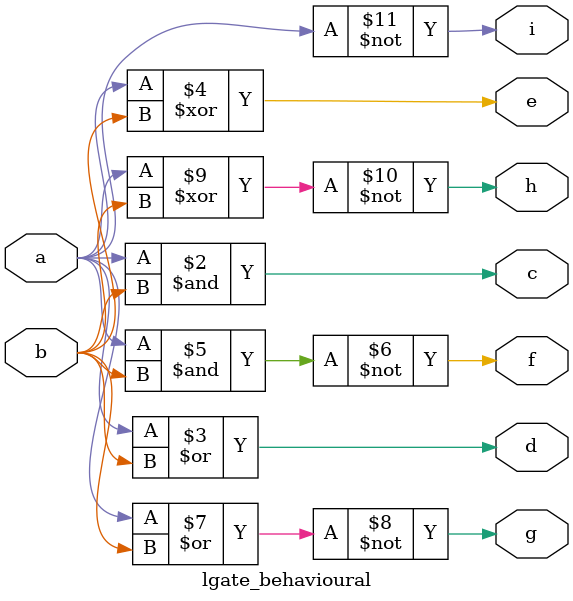
<source format=v>
`timescale 1ns / 1ps
module lgate_behavioural(
    input a,
    input b,
    output c,
    output d,
    output e,
    output f,
    output g,
    output h,
    output i
    );
	 
	 reg c, d, e, f, g, h, i;
	 always @ (a, b)
	 begin
		c = a & b;
		d = a | b;
		e = a ^ b;
		f = ~(a & b);
		g = ~(a | b);
		h = ~(a ^ b);
		i = ~a;
	 end
endmodule

</source>
